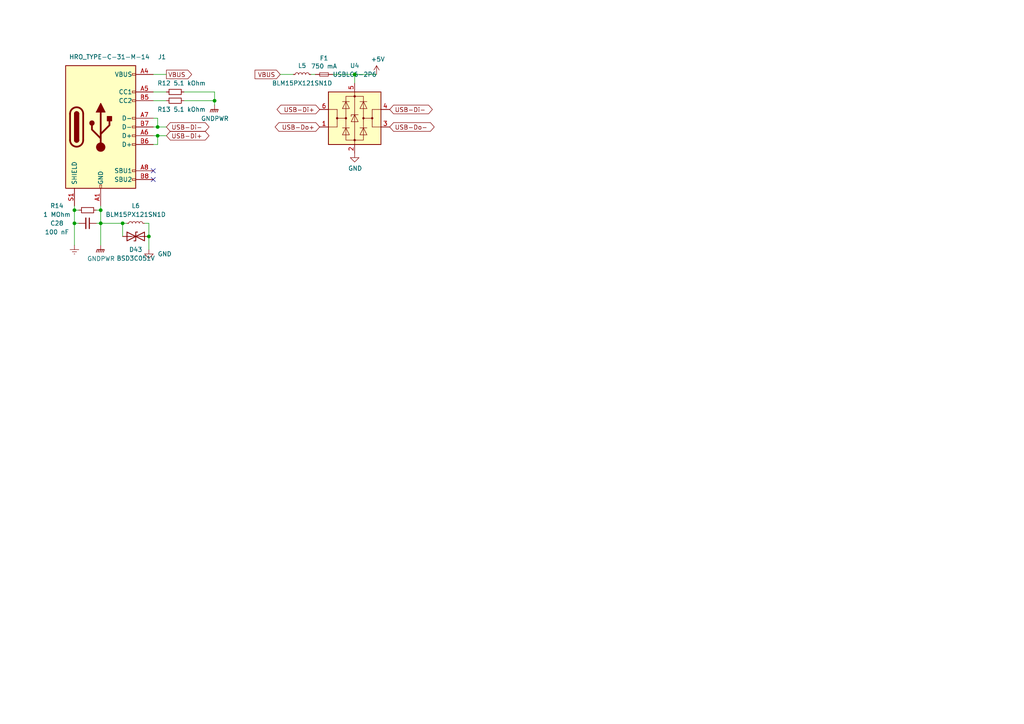
<source format=kicad_sch>
(kicad_sch (version 20211123) (generator eeschema)
  (paper "A4")
  (lib_symbols
    (symbol "Connector:USB_C_Receptacle_USB2.0" (pin_names (offset 1.016))
      (property "Reference" "J" (at -10.16 19.05 0))
      (property "Value" "USB_C_Receptacle_USB2.0" (at 19.05 19.05 0))
      (symbol "USB_C_Receptacle_USB2.0_0_0"
        (rectangle (start -0.254 -17.78) (end 0.254 -16.764))
        (rectangle (start 10.16 -14.986) (end 9.144 -15.494))
        (rectangle (start 10.16 -12.446) (end 9.144 -12.954))
        (rectangle (start 10.16 -4.826) (end 9.144 -5.334))
        (rectangle (start 10.16 -2.286) (end 9.144 -2.794))
        (rectangle (start 10.16 0.254) (end 9.144 -0.254))
        (rectangle (start 10.16 2.794) (end 9.144 2.286))
        (rectangle (start 10.16 7.874) (end 9.144 7.366))
        (rectangle (start 10.16 10.414) (end 9.144 9.906))
        (rectangle (start 10.16 15.494) (end 9.144 14.986))
      )
      (symbol "USB_C_Receptacle_USB2.0_0_1"
        (rectangle (start -10.16 17.78) (end 10.16 -17.78) (stroke (width 0.254)) (fill (type background)))
        (arc (start -8.89 -3.81) (mid -6.985 -5.715) (end -5.08 -3.81) (stroke (width 0.508)))
        (arc (start -7.62 -3.81) (mid -6.985 -4.445) (end -6.35 -3.81) (stroke (width 0.254)))
        (arc (start -7.62 -3.81) (mid -6.985 -4.445) (end -6.35 -3.81) (stroke (width 0.254)) (fill (type outline)))
        (rectangle (start -7.62 -3.81) (end -6.35 3.81) (stroke (width 0.254)) (fill (type outline)))
        (arc (start -6.35 3.81) (mid -6.985 4.445) (end -7.62 3.81) (stroke (width 0.254)))
        (arc (start -6.35 3.81) (mid -6.985 4.445) (end -7.62 3.81) (stroke (width 0.254)) (fill (type outline)))
        (arc (start -5.08 3.81) (mid -6.985 5.715) (end -8.89 3.81) (stroke (width 0.508)))
        (circle (center -2.54 1.143) (radius 0.635) (stroke (width 0.254)) (fill (type outline)))
        (circle (center 0 -5.842) (radius 1.27) (fill (type outline)))
        (polyline (pts (xy -8.89 -3.81) (xy -8.89 3.81)) (stroke (width 0.508)))
        (polyline (pts (xy -5.08 3.81) (xy -5.08 -3.81)) (stroke (width 0.508)))
        (polyline (pts (xy 0 -5.842) (xy 0 4.318)) (stroke (width 0.508)))
        (polyline (pts (xy 0 -3.302) (xy -2.54 -0.762) (xy -2.54 0.508)) (stroke (width 0.508)))
        (polyline (pts (xy 0 -2.032) (xy 2.54 0.508) (xy 2.54 1.778)) (stroke (width 0.508)))
        (polyline (pts (xy -1.27 4.318) (xy 0 6.858) (xy 1.27 4.318) (xy -1.27 4.318)) (stroke (width 0.254)) (fill (type outline)))
        (rectangle (start 1.905 1.778) (end 3.175 3.048) (stroke (width 0.254)) (fill (type outline)))
      )
      (symbol "USB_C_Receptacle_USB2.0_1_1"
        (pin passive line (at 0 -22.86 90) (length 5.08) (name "GND") (number "A1"))
        (pin passive line (at 0 -22.86 90) (length 5.08) hide (name "GND") (number "A12"))
        (pin passive line (at 15.24 15.24 180) (length 5.08) (name "VBUS") (number "A4"))
        (pin bidirectional line (at 15.24 10.16 180) (length 5.08) (name "CC1") (number "A5"))
        (pin bidirectional line (at 15.24 -2.54 180) (length 5.08) (name "D+") (number "A6"))
        (pin bidirectional line (at 15.24 2.54 180) (length 5.08) (name "D-") (number "A7"))
        (pin bidirectional line (at 15.24 -12.7 180) (length 5.08) (name "SBU1") (number "A8"))
        (pin passive line (at 15.24 15.24 180) (length 5.08) hide (name "VBUS") (number "A9"))
        (pin passive line (at 0 -22.86 90) (length 5.08) hide (name "GND") (number "B1"))
        (pin passive line (at 0 -22.86 90) (length 5.08) hide (name "GND") (number "B12"))
        (pin passive line (at 15.24 15.24 180) (length 5.08) hide (name "VBUS") (number "B4"))
        (pin bidirectional line (at 15.24 7.62 180) (length 5.08) (name "CC2") (number "B5"))
        (pin bidirectional line (at 15.24 -5.08 180) (length 5.08) (name "D+") (number "B6"))
        (pin bidirectional line (at 15.24 0 180) (length 5.08) (name "D-") (number "B7"))
        (pin bidirectional line (at 15.24 -15.24 180) (length 5.08) (name "SBU2") (number "B8"))
        (pin passive line (at 15.24 15.24 180) (length 5.08) hide (name "VBUS") (number "B9"))
        (pin passive line (at -7.62 -22.86 90) (length 5.08) (name "SHIELD") (number "S1"))
      )
    )
    (symbol "Device:C_Small" (pin_numbers hide) (pin_names (offset 0.254) hide)
      (property "Reference" "C" (at 0.254 1.778 0))
      (property "Value" "C_Small" (at 0.254 -2.032 0))
      (symbol "C_Small_0_1"
        (polyline (pts (xy -1.524 -0.508) (xy 1.524 -0.508)) (stroke (width 0.3302)))
        (polyline (pts (xy -1.524 0.508) (xy 1.524 0.508)) (stroke (width 0.3048)))
      )
      (symbol "C_Small_1_1"
        (pin passive line (at 0 2.54 270) (length 2.032) (name "~") (number "1"))
        (pin passive line (at 0 -2.54 90) (length 2.032) (name "~") (number "2"))
      )
    )
    (symbol "Device:D_TVS" (pin_numbers hide) (pin_names (offset 1.016) hide)
      (property "Reference" "D" (at 0 2.54 0))
      (property "Value" "D_TVS" (at 0 -2.54 0))
      (symbol "D_TVS_0_1"
        (polyline (pts (xy 1.27 0) (xy -1.27 0)))
        (polyline (pts (xy 0.508 1.27) (xy 0 1.27) (xy 0 -1.27) (xy -0.508 -1.27)) (stroke (width 0.254)))
        (polyline (pts (xy -2.54 1.27) (xy -2.54 -1.27) (xy 2.54 1.27) (xy 2.54 -1.27) (xy -2.54 1.27)) (stroke (width 0.254)))
      )
      (symbol "D_TVS_1_1"
        (pin passive line (at -3.81 0 0) (length 2.54) (name "A1") (number "1"))
        (pin passive line (at 3.81 0 180) (length 2.54) (name "A2") (number "2"))
      )
    )
    (symbol "Device:Fuse_Small" (pin_numbers hide) (pin_names (offset 0.254) hide)
      (property "Reference" "F" (at 0 -1.524 0))
      (property "Value" "Fuse_Small" (at 0 1.524 0))
      (symbol "Fuse_Small_0_1"
        (rectangle (start -1.27 0.508) (end 1.27 -0.508))
        (polyline (pts (xy -1.27 0) (xy 1.27 0)))
      )
      (symbol "Fuse_Small_1_1"
        (pin passive line (at -2.54 0 0) (length 1.27) (name "~") (number "1"))
        (pin passive line (at 2.54 0 180) (length 1.27) (name "~") (number "2"))
      )
    )
    (symbol "Device:L_Small" (pin_numbers hide) (pin_names (offset 0.254) hide)
      (property "Reference" "L" (at 0.762 1.016 0))
      (property "Value" "L_Small" (at 0.762 -1.016 0))
      (symbol "L_Small_0_1"
        (arc (start 0 -2.032) (mid 0.508 -1.524) (end 0 -1.016))
        (arc (start 0 -1.016) (mid 0.508 -0.508) (end 0 0))
        (arc (start 0 0) (mid 0.508 0.508) (end 0 1.016))
        (arc (start 0 1.016) (mid 0.508 1.524) (end 0 2.032))
      )
      (symbol "L_Small_1_1"
        (pin passive line (at 0 2.54 270) (length 0.508) (name "~") (number "1"))
        (pin passive line (at 0 -2.54 90) (length 0.508) (name "~") (number "2"))
      )
    )
    (symbol "Device:R_Small" (pin_numbers hide) (pin_names (offset 0.254) hide)
      (property "Reference" "R" (at 0.762 0.508 0))
      (property "Value" "R_Small" (at 0.762 -1.016 0))
      (symbol "R_Small_0_1"
        (rectangle (start -0.762 1.778) (end 0.762 -1.778) (stroke (width 0.2032)))
      )
      (symbol "R_Small_1_1"
        (pin passive line (at 0 2.54 270) (length 0.762) (name "~") (number "1"))
        (pin passive line (at 0 -2.54 90) (length 0.762) (name "~") (number "2"))
      )
    )
    (symbol "Power_Protection:USBLC6-2P6" (pin_names hide)
      (property "Reference" "U" (at 2.54 8.89 0))
      (property "Value" "USBLC6-2P6" (at 2.54 -8.89 0))
      (symbol "USBLC6-2P6_0_1"
        (rectangle (start -7.62 -7.62) (end 7.62 7.62) (stroke (width 0.254)) (fill (type background)))
        (circle (center -5.08 0) (radius 0.254) (fill (type outline)))
        (circle (center -2.54 0) (radius 0.254) (fill (type outline)))
        (rectangle (start -2.54 6.35) (end 2.54 -6.35))
        (circle (center 0 -6.35) (radius 0.254) (fill (type outline)))
        (polyline (pts (xy -5.08 -2.54) (xy -7.62 -2.54)))
        (polyline (pts (xy -5.08 0) (xy -5.08 -2.54)))
        (polyline (pts (xy -5.08 2.54) (xy -7.62 2.54)))
        (polyline (pts (xy -1.524 -2.794) (xy -3.556 -2.794)))
        (polyline (pts (xy -1.524 4.826) (xy -3.556 4.826)))
        (polyline (pts (xy 0 -7.62) (xy 0 -6.35)))
        (polyline (pts (xy 0 -6.35) (xy 0 1.27)))
        (polyline (pts (xy 0 1.27) (xy 0 6.35)))
        (polyline (pts (xy 0 6.35) (xy 0 7.62)))
        (polyline (pts (xy 1.524 -2.794) (xy 3.556 -2.794)))
        (polyline (pts (xy 1.524 4.826) (xy 3.556 4.826)))
        (polyline (pts (xy 5.08 -2.54) (xy 7.62 -2.54)))
        (polyline (pts (xy 5.08 0) (xy 5.08 -2.54)))
        (polyline (pts (xy 5.08 2.54) (xy 7.62 2.54)))
        (polyline (pts (xy -2.54 0) (xy -5.08 0) (xy -5.08 2.54)))
        (polyline (pts (xy 2.54 0) (xy 5.08 0) (xy 5.08 2.54)))
        (polyline (pts (xy -3.556 -4.826) (xy -1.524 -4.826) (xy -2.54 -2.794) (xy -3.556 -4.826)))
        (polyline (pts (xy -3.556 2.794) (xy -1.524 2.794) (xy -2.54 4.826) (xy -3.556 2.794)))
        (polyline (pts (xy -1.016 -1.016) (xy 1.016 -1.016) (xy 0 1.016) (xy -1.016 -1.016)))
        (polyline (pts (xy 1.016 1.016) (xy 0.762 1.016) (xy -1.016 1.016) (xy -1.016 0.508)))
        (polyline (pts (xy 3.556 -4.826) (xy 1.524 -4.826) (xy 2.54 -2.794) (xy 3.556 -4.826)))
        (polyline (pts (xy 3.556 2.794) (xy 1.524 2.794) (xy 2.54 4.826) (xy 3.556 2.794)))
        (circle (center 0 6.35) (radius 0.254) (fill (type outline)))
        (circle (center 2.54 0) (radius 0.254) (fill (type outline)))
        (circle (center 5.08 0) (radius 0.254) (fill (type outline)))
      )
      (symbol "USBLC6-2P6_1_1"
        (pin passive line (at -10.16 -2.54 0) (length 2.54) (name "I/O1") (number "1"))
        (pin passive line (at 0 -10.16 90) (length 2.54) (name "GND") (number "2"))
        (pin passive line (at 10.16 -2.54 180) (length 2.54) (name "I/O2") (number "3"))
        (pin passive line (at 10.16 2.54 180) (length 2.54) (name "I/O2") (number "4"))
        (pin passive line (at 0 10.16 270) (length 2.54) (name "VBUS") (number "5"))
        (pin passive line (at -10.16 2.54 0) (length 2.54) (name "I/O1") (number "6"))
      )
    )
    (symbol "power:+5V" (power) (pin_names (offset 0))
      (property "Value" "+5V" (at 0 3.556 0))
      (symbol "+5V_0_1"
        (polyline (pts (xy -0.762 1.27) (xy 0 2.54)))
        (polyline (pts (xy 0 0) (xy 0 2.54)))
        (polyline (pts (xy 0 2.54) (xy 0.762 1.27)))
      )
      (symbol "+5V_1_1"
        (pin power_in line (at 0 0 90) (length 0) hide (name "+5V") (number "1"))
      )
    )
    (symbol "power:Earth" (power) (pin_names (offset 0))
      (symbol "Earth_0_1"
        (polyline (pts (xy -0.635 -1.905) (xy 0.635 -1.905)))
        (polyline (pts (xy -0.127 -2.54) (xy 0.127 -2.54)))
        (polyline (pts (xy 0 -1.27) (xy 0 0)))
        (polyline (pts (xy 1.27 -1.27) (xy -1.27 -1.27)))
      )
      (symbol "Earth_1_1"
        (pin power_in line (at 0 0 270) (length 0) hide (name "Earth") (number "1"))
      )
    )
    (symbol "power:GND" (power) (pin_names (offset 0))
      (property "Value" "GND" (at 0 -3.81 0))
      (symbol "GND_0_1"
        (polyline (pts (xy 0 0) (xy 0 -1.27) (xy 1.27 -1.27) (xy 0 -2.54) (xy -1.27 -1.27) (xy 0 -1.27)))
      )
      (symbol "GND_1_1"
        (pin power_in line (at 0 0 270) (length 0) hide (name "GND") (number "1"))
      )
    )
    (symbol "power:GNDPWR" (power) (pin_names (offset 0))
      (property "Value" "GNDPWR" (at 0 -3.302 0))
      (symbol "GNDPWR_0_1"
        (polyline (pts (xy 0 -1.27) (xy 0 0)))
        (polyline (pts (xy -1.016 -1.27) (xy -1.27 -2.032) (xy -1.27 -2.032)) (stroke (width 0.2032)))
        (polyline (pts (xy -0.508 -1.27) (xy -0.762 -2.032) (xy -0.762 -2.032)) (stroke (width 0.2032)))
        (polyline (pts (xy 0 -1.27) (xy -0.254 -2.032) (xy -0.254 -2.032)) (stroke (width 0.2032)))
        (polyline (pts (xy 0.508 -1.27) (xy 0.254 -2.032) (xy 0.254 -2.032)) (stroke (width 0.2032)))
        (polyline (pts (xy 1.016 -1.27) (xy -1.016 -1.27) (xy -1.016 -1.27)) (stroke (width 0.2032)))
        (polyline (pts (xy 1.016 -1.27) (xy 0.762 -2.032) (xy 0.762 -2.032) (xy 0.762 -2.032)) (stroke (width 0.2032)))
      )
      (symbol "GNDPWR_1_1"
        (pin power_in line (at 0 0 270) (length 0) hide (name "GNDPWR") (number "1"))
      )
    )
  )
  (junction (at 29.21 64.77) (diameter 0.9144))
  (junction (at 62.23 29.21) (diameter 0.9144))
  (junction (at 43.18 68.58))
  (junction (at 21.59 60.96) (diameter 0.9144))
  (junction (at 35.56 64.77))
  (junction (at 102.87 21.59) (diameter 0.9144))
  (junction (at 45.72 36.83) (diameter 0.9144))
  (junction (at 29.21 60.96) (diameter 0.9144))
  (junction (at 21.59 64.77) (diameter 0.9144))
  (junction (at 45.72 39.37) (diameter 0.9144))
  (no_connect (at 44.45 49.53))
  (no_connect (at 44.45 52.07))
  (wire (pts (xy 45.72 36.83) (xy 44.45 36.83)))
  (wire (pts (xy 44.45 26.67) (xy 48.26 26.67)))
  (wire (pts (xy 22.86 64.77) (xy 21.59 64.77)))
  (wire (pts (xy 41.91 64.77) (xy 43.18 64.77)))
  (wire (pts (xy 29.21 60.96) (xy 29.21 64.77)))
  (wire (pts (xy 62.23 30.48) (xy 62.23 29.21)))
  (wire (pts (xy 44.45 39.37) (xy 45.72 39.37)))
  (wire (pts (xy 102.87 21.59) (xy 109.22 21.59)))
  (wire (pts (xy 27.94 64.77) (xy 29.21 64.77)))
  (wire (pts (xy 35.56 64.77) (xy 29.21 64.77)))
  (wire (pts (xy 45.72 39.37) (xy 48.26 39.37)))
  (wire (pts (xy 36.83 64.77) (xy 35.56 64.77)))
  (wire (pts (xy 44.45 29.21) (xy 48.26 29.21)))
  (wire (pts (xy 21.59 59.69) (xy 21.59 60.96)))
  (wire (pts (xy 44.45 41.91) (xy 45.72 41.91)))
  (wire (pts (xy 102.87 21.59) (xy 102.87 24.13)))
  (wire (pts (xy 81.28 21.59) (xy 85.09 21.59)))
  (wire (pts (xy 90.17 21.59) (xy 91.44 21.59)))
  (wire (pts (xy 44.45 21.59) (xy 48.26 21.59)))
  (wire (pts (xy 21.59 64.77) (xy 21.59 71.12)))
  (wire (pts (xy 53.34 26.67) (xy 62.23 26.67)))
  (wire (pts (xy 44.45 34.29) (xy 45.72 34.29)))
  (wire (pts (xy 35.56 64.77) (xy 35.56 68.58)))
  (wire (pts (xy 29.21 59.69) (xy 29.21 60.96)))
  (wire (pts (xy 29.21 64.77) (xy 29.21 71.12)))
  (wire (pts (xy 48.26 36.83) (xy 45.72 36.83)))
  (wire (pts (xy 96.52 21.59) (xy 102.87 21.59)))
  (wire (pts (xy 53.34 29.21) (xy 62.23 29.21)))
  (wire (pts (xy 22.86 60.96) (xy 21.59 60.96)))
  (wire (pts (xy 43.18 64.77) (xy 43.18 68.58)))
  (wire (pts (xy 62.23 26.67) (xy 62.23 29.21)))
  (wire (pts (xy 21.59 60.96) (xy 21.59 64.77)))
  (wire (pts (xy 45.72 34.29) (xy 45.72 36.83)))
  (wire (pts (xy 45.72 41.91) (xy 45.72 39.37)))
  (wire (pts (xy 27.94 60.96) (xy 29.21 60.96)))
  (wire (pts (xy 43.18 68.58) (xy 43.18 72.39)))
  (global_label "VBUS" (shape output) (at 48.26 21.59 0) (property "Intersheet References" "${INTERSHEET_REFS}" (effects hide)))
  (global_label "USB-Do-" (shape bidirectional) (at 113.03 36.83 0) (property "Intersheet References" "${INTERSHEET_REFS}" (effects hide)))
  (global_label "USB-Di+" (shape bidirectional) (at 48.26 39.37 0) (property "Intersheet References" "${INTERSHEET_REFS}" (effects hide)))
  (global_label "USB-Di+" (shape bidirectional) (at 92.71 31.75 180) (property "Intersheet References" "${INTERSHEET_REFS}" (effects hide)))
  (global_label "USB-Di-" (shape bidirectional) (at 48.26 36.83 0) (property "Intersheet References" "${INTERSHEET_REFS}" (effects hide)))
  (global_label "USB-Do+" (shape bidirectional) (at 92.71 36.83 180) (property "Intersheet References" "${INTERSHEET_REFS}" (effects hide)))
  (global_label "VBUS" (shape input) (at 81.28 21.59 180) (property "Intersheet References" "${INTERSHEET_REFS}" (effects hide)))
  (global_label "USB-Di-" (shape bidirectional) (at 113.03 31.75 0) (property "Intersheet References" "${INTERSHEET_REFS}" (effects hide)))
  (symbol (lib_id "Device:L_Small") (at 87.63 21.59 90) (unit 1)
    (property "Reference" "L5" (at 87.63 19.05 90))
    (property "Value" "BLM15PX121SN1D" (at 87.63 24.13 90))
    (property "Footprint" "Inductor_SMD:L_0402_1005Metric" (effects hide))
    (property "LCSC" "C88970" (effects hide))
  )
  (symbol (lib_id "power:GNDPWR") (at 29.21 71.12 0) (unit 1)
    (property "Reference" "#PWR033" (effects hide))
    (property "Value" "GNDPWR" (at 29.3116 75.0316 0))
  )
  (symbol (lib_id "Connector:USB_C_Receptacle_USB2.0") (at 29.21 36.83 0) (unit 1)
    (property "Reference" "J1" (at 46.99 16.51 0))
    (property "Value" "HRO_TYPE-C-31-M-14" (at 31.75 16.51 0))
    (property "Footprint" "marbastlib-various:USB_C_Receptacle_HRO_TYPE-C-31-M-14" (effects hide))
    (property "Datasheet" "https://www.usb.org/sites/default/files/documents/usb_type-c.zip" (effects hide))
  )
  (symbol (lib_id "Device:R_Small") (at 50.8 29.21 90) (mirror x) (unit 1)
    (property "Reference" "R13" (at 49.53 31.75 90) (effects (justify left)))
    (property "Value" "5.1 kOhm" (at 59.69 31.75 90) (effects (justify left)))
    (property "Footprint" "Resistor_SMD:R_0402_1005Metric" (effects hide))
    (property "LCSC" "C25905" (effects hide))
  )
  (symbol (lib_id "Device:L_Small") (at 39.37 64.77 90) (unit 1)
    (property "Reference" "L6" (at 39.37 59.69 90))
    (property "Value" "BLM15PX121SN1D" (at 39.37 62.23 90))
    (property "Footprint" "Inductor_SMD:L_0402_1005Metric" (effects hide))
    (property "LCSC" "C88970" (effects hide))
  )
  (symbol (lib_id "power:Earth") (at 21.59 71.12 0) (unit 1)
    (property "Reference" "#PWR032" (effects hide))
    (property "Value" "Earth" (effects hide))
  )
  (symbol (lib_id "Device:R_Small") (at 50.8 26.67 90) (mirror x) (unit 1)
    (property "Reference" "R12" (at 49.53 24.13 90) (effects (justify left)))
    (property "Value" "5.1 kOhm" (at 59.69 24.13 90) (effects (justify left)))
    (property "Footprint" "Resistor_SMD:R_0402_1005Metric" (effects hide))
    (property "LCSC" "C25905" (effects hide))
  )
  (symbol (lib_id "power:GNDPWR") (at 62.23 30.48 0) (unit 1)
    (property "Reference" "#PWR030" (effects hide))
    (property "Value" "GNDPWR" (at 62.3316 34.3916 0))
  )
  (symbol (lib_id "Device:C_Small") (at 25.4 64.77 270) (unit 1)
    (property "Reference" "C28" (at 16.51 64.77 90))
    (property "Value" "100 nF" (at 16.51 67.31 90))
    (property "Footprint" "Capacitor_SMD:C_0402_1005Metric" (effects hide))
    (property "LCSC" "C1525" (effects hide))
    (property "Notes" "X7R, 10%" (effects hide))
  )
  (symbol (lib_id "Device:Fuse_Small") (at 93.98 21.59 0) (unit 1)
    (property "Reference" "F1" (at 93.98 16.891 0))
    (property "Value" "750 mA" (at 93.98 19.2024 0))
    (property "Footprint" "Fuse:Fuse_0603_1608Metric" (effects hide))
    (property "LCSC" "C20792" (effects hide))
  )
  (symbol (lib_id "Device:D_TVS") (at 39.37 68.58 0) (unit 1)
    (property "Reference" "D43" (at 39.37 72.39 0))
    (property "Value" "BSD3C051V" (at 39.37 74.93 0))
    (property "Footprint" "Diode_SMD:D_SOD-323" (effects hide))
    (property "LCSC" "C151996" (effects hide))
  )
  (symbol (lib_id "power:GND") (at 102.87 44.45 0) (unit 1)
    (property "Reference" "#PWR031" (effects hide))
    (property "Value" "GND" (at 102.997 48.8442 0))
  )
  (symbol (lib_id "Power_Protection:USBLC6-2P6") (at 102.87 34.29 0) (unit 1)
    (property "Reference" "U4" (at 102.87 19.05 0))
    (property "Value" "USBLC6-2P6" (at 102.87 21.59 0))
    (property "Footprint" "Package_TO_SOT_SMD:SOT-666" (effects hide))
    (property "Datasheet" "https://www.st.com/resource/en/datasheet/usblc6-2.pdf" (effects hide))
    (property "LCSC" "C15999" (effects hide))
  )
  (symbol (lib_id "power:GND") (at 43.18 72.39 0) (unit 1)
    (property "Reference" "#PWR034" (effects hide))
    (property "Value" "GND" (at 45.72 73.6599 0) (effects (justify left)))
  )
  (symbol (lib_id "power:+5V") (at 109.22 21.59 0) (unit 1)
    (property "Reference" "#PWR029" (effects hide))
    (property "Value" "+5V" (at 109.601 17.1958 0))
  )
  (symbol (lib_id "Device:R_Small") (at 25.4 60.96 90) (mirror x) (unit 1)
    (property "Reference" "R14" (at 16.51 59.69 90))
    (property "Value" "1 MOhm" (at 16.51 62.23 90))
    (property "Footprint" "Resistor_SMD:R_0402_1005Metric" (effects hide))
    (property "LCSC" "C26083" (effects hide))
  )
)
</source>
